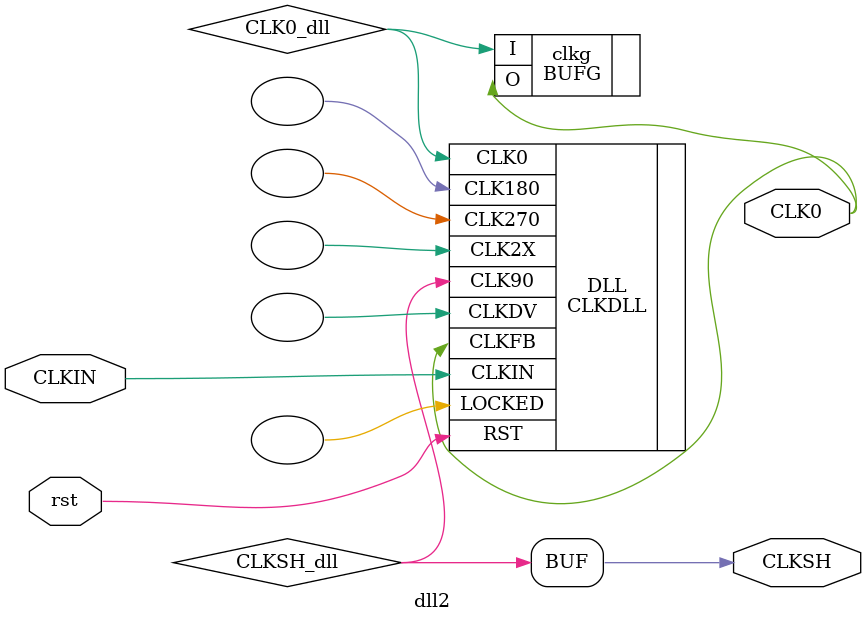
<source format=v>
module dll2 (CLKIN, CLK0, CLKSH, rst);
        input CLKIN, rst;
        output CLKSH, CLK0;

        wire CLK0_dll, CLKSH_dll;

        // this dll is used for double clock phase adjustment
        CLKDLL DLL
        (
        	.CLKIN(CLKIN),
            .CLKFB(CLK0),
            .RST(rst),
	        .CLK0(CLK0_dll),
    	    .CLK90(CLKSH_dll),
        	.CLK180(),
	        .CLK270(),
    	    .CLK2X(),
        	.CLKDV(),
	        .LOCKED()
        );

        BUFG   clkg   (.I(CLK0_dll),   .O(CLK0));
	    assign 	 CLKSH = CLKSH_dll; // removed bufg following tech support advice
endmodule

</source>
